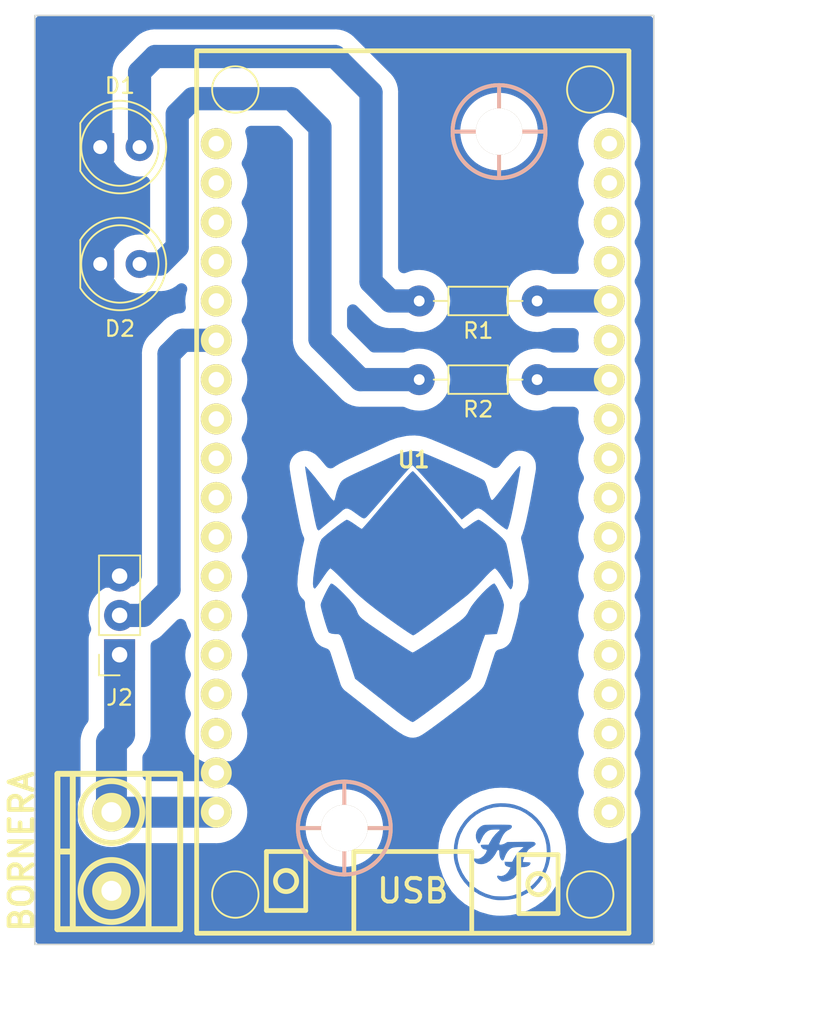
<source format=kicad_pcb>
(kicad_pcb (version 20221018) (generator pcbnew)
  (layers (0 "F.Cu" signal) (31 "B.Cu" signal) (34 "B.Paste" user) (35 "F.Paste" user) (36 "B.SilkS" user "B.Silkscreen") (37 "F.SilkS" user "F.Silkscreen") (38 "B.Mask" user) (39 "F.Mask" user) (44 "Edge.Cuts" user))
  (net 0 "")
  (net 1 "GND")
  (net 2 "Net-(D1-Pad2)")
  (net 3 "Net-(D2-Pad2)")
  (net 4 "+5V")
  (net 5 "/INPUT_PIR")
  (net 6 "/LED_1")
  (net 7 "/LED_2")
  (footprint "LED_THT:LED_D5.0mm" (layer "F.Cu") (at 120.125 88.6)
    (fp_text reference "D1" (at 1.27 -3.96) (layer "F.SilkS"))
    (fp_text value "LED")
    (fp_line (start -1.29 -1.545) (end -1.29 1.545) (stroke (width 0.12)) (layer "F.SilkS"))
    (fp_arc (start -1.29 -1.54483) (mid 2.072002 -2.880433) (end 4.26 0.000462) (stroke (width 0.12)) (layer "F.SilkS"))
    (fp_arc (start 4.26 -0.000462) (mid 2.072002 2.880433) (end -1.29 1.54483) (stroke (width 0.12)) (layer "F.SilkS"))
    (fp_circle (center 1.27 0) (end 3.77 0) (stroke (width 0.12)) (fill none) (layer "F.SilkS"))
    (pad "1" thru_hole rect (at 0 0) (size 1.8 1.8) (drill 0.9) (layers "*.Cu" "*.Mask") (net 1 "GND"))
    (pad "2" thru_hole circle (at 2.54 0) (size 1.8 1.8) (drill 0.9) (layers "*.Cu" "*.Mask") (net 2 "Net-(D1-Pad2)"))
  )
  (footprint "EESTN5-v2:BORNERA2_AZUL" (layer "F.Cu") (at 120.85 134.1 -90)
    (fp_text reference "J1" hide)
    (fp_text value "BORNERA" (at 0 5.8 90) (layer "F.SilkS") (effects (font (size 1.5 1.5) (thickness 0.3))))
    (fp_line (start -5.0165 -4.445) (end -5.0165 3.4925) (stroke (width 0.381)) (layer "F.SilkS"))
    (fp_line (start -5 -2.4) (end 5 -2.4) (stroke (width 0.381)) (layer "F.SilkS"))
    (fp_line (start -5 2.5) (end 5 2.5) (stroke (width 0.381)) (layer "F.SilkS"))
    (fp_line (start -4.9835 3.4925) (end 5.0165 3.4925) (stroke (width 0.381)) (layer "F.SilkS"))
    (fp_line (start 0 2.54) (end 0 3.4845) (stroke (width 0.381)) (layer "F.SilkS"))
    (fp_line (start 5.0165 -4.445) (end -4.9835 -4.445) (stroke (width 0.381)) (layer "F.SilkS"))
    (fp_line (start 5.0165 3.4925) (end 5.0165 -4.445) (stroke (width 0.381)) (layer "F.SilkS"))
    (fp_circle (center -2.55 0) (end -0.55 0) (stroke (width 0.381)) (fill none) (layer "F.SilkS"))
    (fp_circle (center 2.55 0) (end 0.55 0) (stroke (width 0.381)) (fill none) (layer "F.SilkS"))
    (pad "1" thru_hole circle (at -2.54 0 270) (size 2.5 2.5) (drill 1.3) (layers "*.Cu" "*.Mask" "F.SilkS") (net 4 "+5V"))
    (pad "2" thru_hole circle (at 2.54 0 270) (size 2.5 2.5) (drill 1.3) (layers "*.Cu" "*.Mask" "F.SilkS") (net 1 "GND"))
  )
  (footprint "Falconlogos:Dante_2" (layer "F.Cu") (at 146.2 134.1)
    (fp_text reference "G***" hide)
    (fp_text value "LOGO" hide)
    (fp_poly (pts (xy 0.091093 -3.113306) (xy 0.383387 -3.084915) (xy 0.646598 -3.034674) (xy 0.661239 -3.030909) (xy 1.08363 -2.889492) (xy 1.475149 -2.696074) (xy 1.831683 -2.45446) (xy 2.149119 -2.168453) (xy 2.423343 -1.841856) (xy 2.650243 -1.478473) (xy 2.825705 -1.082106) (xy 2.852398 -1.004863) (xy 2.932039 -0.743733) (xy 2.985188 -0.514383) (xy 3.015877 -0.293366) (xy 3.02814 -0.057231) (xy 3.02883 0.020889) (xy 2.99845 0.438008) (xy 2.909379 0.851534) (xy 2.765749 1.25269) (xy 2.57169 1.632696) (xy 2.331335 1.982775) (xy 2.048816 2.294146) (xy 1.894223 2.431595) (xy 1.534338 2.690441) (xy 1.153136 2.890279) (xy 0.748713 3.03182) (xy 0.319164 3.115779) (xy 0 3.140755) (xy -0.200849 3.145211) (xy -0.359763 3.1423) (xy -0.497633 3.130566) (xy -0.635352 3.108552) (xy -0.724608 3.090236) (xy -1.163893 2.9644) (xy -1.570273 2.786079) (xy -1.940672 2.558211) (xy -2.272015 2.283729) (xy -2.561226 1.96557) (xy -2.80523 1.606668) (xy -3.000951 1.209959) (xy -3.144791 0.780367) (xy -3.182274 0.627612) (xy -3.207112 0.494073) (xy -3.221751 0.358321) (xy -3.228636 0.19893) (xy -3.230213 0.031553) (xy -3.227769 -0.012151) (xy -2.998706 -0.012151) (xy -2.984629 0.350086) (xy -2.948749 0.592945) (xy -2.836543 0.996875) (xy -2.669552 1.374759) (xy -2.452299 1.722113) (xy -2.189306 2.034454) (xy -1.885096 2.307296) (xy -1.544191 2.536158) (xy -1.171114 2.716555) (xy -0.770387 2.844004) (xy -0.651987 2.869959) (xy -0.56963 2.880207) (xy -0.441447 2.889093) (xy -0.284719 2.895688) (xy -0.116724 2.89906) (xy -0.110434 2.899112) (xy 0.084927 2.898264) (xy 0.239823 2.890683) (xy 0.376744 2.873985) (xy 0.518178 2.845784) (xy 0.61528 2.822169) (xy 1.017834 2.690841) (xy 1.383356 2.509626) (xy 1.716894 2.275664) (xy 1.942785 2.070221) (xy 2.227365 1.743606) (xy 2.453111 1.394656) (xy 2.620602 1.021961) (xy 2.73042 0.624109) (xy 2.783143 0.199692) (xy 2.788397 0.015776) (xy 2.759473 -0.41656) (xy 2.672069 -0.827745) (xy 2.528212 -1.214539) (xy 2.329932 -1.573703) (xy 2.079259 -1.901995) (xy 1.778222 -2.196177) (xy 1.42885 -2.453007) (xy 1.138937 -2.617847) (xy 0.944536 -2.699765) (xy 0.708361 -2.773171) (xy 0.451682 -2.832414) (xy 0.195767 -2.871839) (xy 0.174945 -2.874073) (xy -0.244262 -2.886841) (xy -0.652875 -2.839857) (xy -1.045776 -2.736239) (xy -1.417848 -2.579102) (xy -1.763972 -2.371563) (xy -2.079029 -2.116738) (xy -2.357903 -1.817744) (xy -2.595474 -1.477696) (xy -2.786625 -1.099711) (xy -2.802496 -1.061169) (xy -2.905905 -0.73739) (xy -2.971886 -0.38118) (xy -2.998706 -0.012151) (xy -3.227769 -0.012151) (xy -3.205949 -0.402325) (xy -3.130369 -0.807021) (xy -3.000683 -1.190448) (xy -2.814099 -1.560522) (xy -2.567825 -1.925155) (xy -2.516791 -1.991012) (xy -2.245116 -2.285172) (xy -1.925473 -2.543124) (xy -1.563973 -2.76118) (xy -1.166731 -2.93565) (xy -0.74149 -3.062464) (xy -0.493227 -3.102573) (xy -0.208406 -3.119356)) (fill solid) (layer "B.Cu"))
    (fp_poly (pts (xy -0.136945 -1.73494) (xy 0.069395 -1.73331) (xy 0.226345 -1.730158) (xy 0.340759 -1.725129) (xy 0.419493 -1.717867) (xy 0.469401 -1.708016) (xy 0.497339 -1.69522) (xy 0.504505 -1.688485) (xy 0.532657 -1.612149) (xy 0.507808 -1.529994) (xy 0.436646 -1.456689) (xy 0.385694 -1.427896) (xy 0.227278 -1.344491) (xy 0.108668 -1.249973) (xy 0.007101 -1.125011) (xy -0.021069 -1.082425) (xy -0.077796 -0.983359) (xy -0.138965 -0.860231) (xy -0.197316 -0.729884) (xy -0.245587 -0.609163) (xy -0.276518 -0.514911) (xy -0.283975 -0.472572) (xy -0.257687 -0.445367) (xy -0.189686 -0.440571) (xy -0.096264 -0.455741) (xy 0.006287 -0.488432) (xy 0.08904 -0.52851) (xy 0.236646 -0.61528) (xy 1.104092 -0.625074) (xy 1.360383 -0.627857) (xy 1.560976 -0.629415) (xy 1.713274 -0.62927) (xy 1.824682 -0.626941) (xy 1.902601 -0.621951) (xy 1.954436 -0.613821) (xy 1.987589 -0.602072) (xy 2.009465 -0.586224) (xy 2.027466 -0.5658) (xy 2.027851 -0.565324) (xy 2.064653 -0.507333) (xy 2.057868 -0.458454) (xy 2.040618 -0.429319) (xy 1.989269 -0.378127) (xy 1.902819 -0.316236) (xy 1.831853 -0.274554) (xy 1.725695 -0.210113) (xy 1.631563 -0.140041) (xy 1.590012 -0.101014) (xy 1.532191 -0.021393) (xy 1.46377 0.095213) (xy 1.393389 0.231089) (xy 1.329688 0.36852) (xy 1.281307 0.489789) (xy 1.256886 0.577181) (xy 1.256058 0.583726) (xy 1.246336 0.678385) (xy 1.49087 0.6876) (xy 1.616058 0.694338) (xy 1.690279 0.704986) (xy 1.725667 0.722689) (xy 1.734356 0.750592) (xy 1.734354 0.750706) (xy 1.703015 0.843997) (xy 1.620089 0.921998) (xy 1.496439 0.978501) (xy 1.342928 1.007299) (xy 1.281196 1.009689) (xy 1.183165 1.011973) (xy 1.126659 1.027264) (xy 1.090099 1.068222) (xy 1.053923 1.143022) (xy 0.997814 1.247615) (xy 0.91656 1.375245) (xy 0.823661 1.506888) (xy 0.732617 1.623517) (xy 0.656929 1.706106) (xy 0.649723 1.712647) (xy 0.539226 1.788178) (xy 0.397244 1.854724) (xy 0.241257 1.90727) (xy 0.088747 1.940799) (xy -0.042806 1.950298) (xy -0.126211 1.935275) (xy -0.248355 1.86323) (xy -0.353005 1.763673) (xy -0.397571 1.697738) (xy -0.427165 1.610681) (xy -0.407708 1.563009) (xy -0.341236 1.557065) (xy -0.287809 1.571575) (xy -0.155077 1.586378) (xy -0.011951 1.549581) (xy 0.129137 1.468414) (xy 0.255753 1.35011) (xy 0.355466 1.201899) (xy 0.358685 1.195519) (xy 0.44192 1.028489) (xy 0.294016 0.990935) (xy 0.165549 0.942175) (xy 0.091178 0.871043) (xy 0.063649 0.769958) (xy 0.063106 0.749579) (xy 0.063106 0.659294) (xy 0.300388 0.665574) (xy 0.415587 0.667044) (xy 0.503288 0.665188) (xy 0.547105 0.660418) (xy 0.549014 0.659343) (xy 0.56806 0.626617) (xy 0.606172 0.554102) (xy 0.647159 0.473292) (xy 0.800693 0.21695) (xy 0.988425 -0.014359) (xy 1.195265 -0.202208) (xy 1.208382 -0.212011) (xy 1.262864 -0.257531) (xy 1.28032 -0.283712) (xy 1.27613 -0.285994) (xy 1.114315 -0.290823) (xy 0.941001 -0.285955) (xy 0.774026 -0.272872) (xy 0.631228 -0.253054) (xy 0.530444 -0.227981) (xy 0.518338 -0.22311) (xy 0.382916 -0.133569) (xy 0.255652 0.006094) (xy 0.147006 0.182939) (xy 0.095769 0.299751) (xy 0.045139 0.431196) (xy 0.009104 0.514309) (xy -0.019221 0.560098) (xy -0.046722 0.579567) (xy -0.080284 0.583723) (xy -0.081897 0.583726) (xy -0.140877 0.554468) (xy -0.196072 0.475814) (xy -0.241789 0.361445) (xy -0.272334 0.225043) (xy -0.282112 0.102546) (xy -0.285392 -0.006084) (xy -0.295649 -0.06574) (xy -0.317419 -0.090504) (xy -0.345604 -0.094659) (xy -0.398637 -0.069686) (xy -0.451954 0.00941) (xy -0.472194 0.052197) (xy -0.523911 0.1478) (xy -0.601988 0.267887) (xy -0.691257 0.389431) (xy -0.70926 0.412064) (xy -0.896089 0.60504) (xy -1.095408 0.736504) (xy -1.308197 0.806992) (xy -1.458035 0.820372) (xy -1.63314 0.804265) (xy -1.764445 0.752397) (xy -1.863425 0.659453) (xy -1.890121 0.620208) (xy -1.942892 0.525489) (xy -1.951794 0.471812) (xy -1.911426 0.45101) (xy -1.816391 0.454912) (xy -1.783429 0.458793) (xy -1.664964 0.467222) (xy -1.574714 0.453404) (xy -1.481671 0.413195) (xy -1.302457 0.287417) (xy -1.170692 0.120585) (xy -1.133774 0.048725) (xy -1.097063 -0.047189) (xy -1.098306 -0.101087) (xy -1.140501 -0.123495) (xy -1.183607 -0.126211) (xy -1.30978 -0.15391) (xy -1.410209 -0.228145) (xy -1.471111 -0.335625) (xy -1.482981 -0.414895) (xy -1.453928 -0.427375) (xy -1.376736 -0.436767) (xy -1.266351 -0.441477) (xy -1.2312 -0.441739) (xy -0.979419 -0.441739) (xy -0.914049 -0.569876) (xy -0.740008 -0.864689) (xy -0.541217 -1.111434) (xy -0.444693 -1.206984) (xy -0.356483 -1.290608) (xy -0.289587 -1.35775) (xy -0.254925 -1.397311) (xy -0.252422 -1.402435) (xy -0.281203 -1.412521) (xy -0.356854 -1.417947) (xy -0.463335 -1.419038) (xy -0.584609 -1.41612) (xy -0.704636 -1.409518) (xy -0.807377 -1.399556) (xy -0.863573 -1.390045) (xy -1.030249 -1.319802) (xy -1.184391 -1.191956) (xy -1.321535 -1.011492) (xy -1.437214 -0.783393) (xy -1.46081 -0.723394) (xy -1.515812 -0.594763) (xy -1.565018 -0.527191) (xy -1.613614 -0.519597) (xy -1.666786 -0.570898) (xy -1.723845 -0.668483) (xy -1.791816 -0.864947) (xy -1.802525 -1.066191) (xy -1.759676 -1.260862) (xy -1.666972 -1.437606) (xy -1.528118 -1.58507) (xy -1.397468 -1.668852) (xy -1.354786 -1.68865) (xy -1.309807 -1.704087) (xy -1.254431 -1.715702) (xy -1.180562 -1.724035) (xy -1.080101 -1.729627) (xy -0.944952 -1.733017) (xy -0.767016 -1.734745) (xy -0.538197 -1.735352) (xy -0.39953 -1.735404)) (fill solid) (layer "B.Cu"))
  )
  (footprint "EESTN5-v2:ESP32_DEVKIT_V1_DOIT" (layer "F.Cu") (at 140.325 108.7 -90)
    (fp_text reference "U1" (at 0.1 -0.055 180) (layer "F.SilkS") (effects (font (size 1.016 1.016) (thickness 0.2032))))
    (fp_text value "ESP32_DevKit_V1_DOIT" hide)
    (fp_text user "USB" (at 27.94 0) (layer "F.SilkS") (effects (font (size 1.524 1.524) (thickness 0.254))))
    (fp_line (start -26.32 -13.97) (end -26.32 13.97) (stroke (width 0.3048)) (layer "F.SilkS"))
    (fp_line (start -26.32 -13.97) (end 30.68 -13.97) (stroke (width 0.3048)) (layer "F.SilkS"))
    (fp_line (start -26.32 13.97) (end 30.68 13.97) (stroke (width 0.3048)) (layer "F.SilkS"))
    (fp_line (start 25.4 -3.81) (end 25.4 3.81) (stroke (width 0.3048)) (layer "F.SilkS"))
    (fp_line (start 25.4 3.81) (end 30.48 3.81) (stroke (width 0.3048)) (layer "F.SilkS"))
    (fp_line (start 25.4 6.92) (end 29.21 6.92) (stroke (width 0.3048)) (layer "F.SilkS"))
    (fp_line (start 25.4 9.46) (end 25.4 6.92) (stroke (width 0.3048)) (layer "F.SilkS"))
    (fp_line (start 25.6 -9.39) (end 25.6 -6.85) (stroke (width 0.3048)) (layer "F.SilkS"))
    (fp_line (start 25.6 -6.85) (end 29.41 -6.85) (stroke (width 0.3048)) (layer "F.SilkS"))
    (fp_line (start 29.21 6.92) (end 29.21 9.46) (stroke (width 0.3048)) (layer "F.SilkS"))
    (fp_line (start 29.21 9.46) (end 25.4 9.46) (stroke (width 0.3048)) (layer "F.SilkS"))
    (fp_line (start 29.41 -9.39) (end 25.6 -9.39) (stroke (width 0.3048)) (layer "F.SilkS"))
    (fp_line (start 29.41 -6.85) (end 29.41 -9.39) (stroke (width 0.3048)) (layer "F.SilkS"))
    (fp_line (start 30.48 -3.81) (end 25.4 -3.81) (stroke (width 0.3048)) (layer "F.SilkS"))
    (fp_line (start 30.68 13.97) (end 30.68 -13.97) (stroke (width 0.3048)) (layer "F.SilkS"))
    (fp_circle (center -23.82 -11.47) (end -22.32 -11.47) (stroke (width 0.12)) (fill none) (layer "F.SilkS"))
    (fp_circle (center -23.82 11.47) (end -22.32 11.47) (stroke (width 0.12)) (fill none) (layer "F.SilkS"))
    (fp_circle (center 27.305 8.19) (end 27.8765 8.571) (stroke (width 0.3048)) (fill none) (layer "F.SilkS"))
    (fp_circle (center 27.505 -8.12) (end 28.0765 -7.739) (stroke (width 0.3048)) (fill none) (layer "F.SilkS"))
    (fp_circle (center 28.18 -11.47) (end 29.68 -11.47) (stroke (width 0.12)) (fill none) (layer "F.SilkS"))
    (fp_circle (center 28.18 11.47) (end 29.68 11.47) (stroke (width 0.12)) (fill none) (layer "F.SilkS"))
    (pad "1" thru_hole circle (at -20.32 12.7 90) (size 2 2) (drill 1) (layers "*.Cu" "*.Mask" "F.SilkS"))
    (pad "2" thru_hole circle (at -17.78 12.7 90) (size 2 2) (drill 1) (layers "*.Cu" "*.Mask" "F.SilkS"))
    (pad "3" thru_hole circle (at -15.24 12.7 90) (size 2 2) (drill 1) (layers "*.Cu" "*.Mask" "F.SilkS"))
    (pad "4" thru_hole circle (at -12.7 12.7 90) (size 2 2) (drill 1) (layers "*.Cu" "*.Mask" "F.SilkS"))
    (pad "5" thru_hole circle (at -10.16 12.7 90) (size 2 2) (drill 1) (layers "*.Cu" "*.Mask" "F.SilkS"))
    (pad "6" thru_hole circle (at -7.62 12.7 90) (size 2 2) (drill 1) (layers "*.Cu" "*.Mask" "F.SilkS") (net 5 "/INPUT_PIR"))
    (pad "7" thru_hole circle (at -5.08 12.7 90) (size 2 2) (drill 1) (layers "*.Cu" "*.Mask" "F.SilkS"))
    (pad "8" thru_hole circle (at -2.54 12.7 90) (size 2 2) (drill 1) (layers "*.Cu" "*.Mask" "F.SilkS"))
    (pad "9" thru_hole circle (at 0 12.7 90) (size 2 2) (drill 1) (layers "*.Cu" "*.Mask" "F.SilkS"))
    (pad "10" thru_hole circle (at 2.54 12.7 90) (size 2 2) (drill 1) (layers "*.Cu" "*.Mask" "F.SilkS"))
    (pad "11" thru_hole circle (at 5.08 12.7 90) (size 2 2) (drill 1) (layers "*.Cu" "*.Mask" "F.SilkS"))
    (pad "12" thru_hole circle (at 7.62 12.7 90) (size 2 2) (drill 1) (layers "*.Cu" "*.Mask" "F.SilkS"))
    (pad "13" thru_hole circle (at 10.16 12.7 90) (size 2 2) (drill 1) (layers "*.Cu" "*.Mask" "F.SilkS"))
    (pad "14" thru_hole circle (at 12.7 12.7 90) (size 2 2) (drill 1) (layers "*.Cu" "*.Mask" "F.SilkS"))
    (pad "15" thru_hole circle (at 15.24 12.7 90) (size 2 2) (drill 1) (layers "*.Cu" "*.Mask" "F.SilkS"))
    (pad "16" thru_hole circle (at 17.78 12.7 90) (size 2 2) (drill 1) (layers "*.Cu" "*.Mask" "F.SilkS"))
    (pad "17" thru_hole circle (at 20.32 12.7 90) (size 2 2) (drill 1) (layers "*.Cu" "*.Mask" "F.SilkS") (net 1 "GND"))
    (pad "18" thru_hole circle (at 22.86 12.7 90) (size 2 2) (drill 1) (layers "*.Cu" "*.Mask" "F.SilkS") (net 4 "+5V"))
    (pad "19" thru_hole circle (at 22.86 -12.7 90) (size 2 2) (drill 1) (layers "*.Cu" "*.Mask" "F.SilkS"))
    (pad "20" thru_hole circle (at 20.32 -12.7 90) (size 2 2) (drill 1) (layers "*.Cu" "*.Mask" "F.SilkS"))
    (pad "21" thru_hole circle (at 17.78 -12.7 90) (size 2 2) (drill 1) (layers "*.Cu" "*.Mask" "F.SilkS"))
    (pad "22" thru_hole circle (at 15.24 -12.7 90) (size 2 2) (drill 1) (layers "*.Cu" "*.Mask" "F.SilkS"))
    (pad "23" thru_hole circle (at 12.7 -12.7 90) (size 2 2) (drill 1) (layers "*.Cu" "*.Mask" "F.SilkS"))
    (pad "24" thru_hole circle (at 10.16 -12.7 90) (size 2 2) (drill 1) (layers "*.Cu" "*.Mask" "F.SilkS"))
    (pad "25" thru_hole circle (at 7.62 -12.7 90) (size 2 2) (drill 1) (layers "*.Cu" "*.Mask" "F.SilkS"))
    (pad "26" thru_hole circle (at 5.08 -12.7 90) (size 2 2) (drill 1) (layers "*.Cu" "*.Mask" "F.SilkS"))
    (pad "27" thru_hole circle (at 2.54 -12.7 90) (size 2 2) (drill 1) (layers "*.Cu" "*.Mask" "F.SilkS"))
    (pad "28" thru_hole circle (at 0 -12.7 90) (size 2 2) (drill 1) (layers "*.Cu" "*.Mask" "F.SilkS"))
    (pad "29" thru_hole circle (at -2.54 -12.7 90) (size 2 2) (drill 1) (layers "*.Cu" "*.Mask" "F.SilkS"))
    (pad "30" thru_hole circle (at -5.08 -12.7 90) (size 2 2) (drill 1) (layers "*.Cu" "*.Mask" "F.SilkS") (net 7 "/LED_2"))
    (pad "31" thru_hole circle (at -7.62 -12.7 90) (size 2 2) (drill 1) (layers "*.Cu" "*.Mask" "F.SilkS"))
    (pad "32" thru_hole circle (at -10.16 -12.7 90) (size 2 2) (drill 1) (layers "*.Cu" "*.Mask" "F.SilkS") (net 6 "/LED_1"))
    (pad "33" thru_hole circle (at -12.7 -12.7 90) (size 2 2) (drill 1) (layers "*.Cu" "*.Mask" "F.SilkS"))
    (pad "34" thru_hole circle (at -15.24 -12.7 90) (size 2 2) (drill 1) (layers "*.Cu" "*.Mask" "F.SilkS"))
    (pad "35" thru_hole circle (at -17.78 -12.7 90) (size 2 2) (drill 1) (layers "*.Cu" "*.Mask" "F.SilkS"))
    (pad "36" thru_hole circle (at -20.32 -12.7 90) (size 2 2) (drill 1) (layers "*.Cu" "*.Mask" "F.SilkS"))
  )
  (footprint "Connector_PinSocket_2.54mm:PinSocket_1x03_P2.54mm_Vertical" (layer "F.Cu") (at 121.375 121.39 180)
    (fp_text reference "J2" (at 0 -2.77) (layer "F.SilkS"))
    (fp_text value "SENSOR PIR")
    (fp_line (start -1.33 1.27) (end -1.33 6.41) (stroke (width 0.12)) (layer "F.SilkS"))
    (fp_line (start -1.33 1.27) (end 1.33 1.27) (stroke (width 0.12)) (layer "F.SilkS"))
    (fp_line (start -1.33 6.41) (end 1.33 6.41) (stroke (width 0.12)) (layer "F.SilkS"))
    (fp_line (start 0 -1.33) (end 1.33 -1.33) (stroke (width 0.12)) (layer "F.SilkS"))
    (fp_line (start 1.33 -1.33) (end 1.33 0) (stroke (width 0.12)) (layer "F.SilkS"))
    (fp_line (start 1.33 1.27) (end 1.33 6.41) (stroke (width 0.12)) (layer "F.SilkS"))
    (pad "1" thru_hole rect (at 0 0 180) (size 2 2) (drill 1) (layers "*.Cu" "*.Mask") (net 4 "+5V"))
    (pad "2" thru_hole oval (at 0 2.54 180) (size 2 2) (drill 1) (layers "*.Cu" "*.Mask") (net 5 "/INPUT_PIR"))
    (pad "3" thru_hole oval (at 0 5.08 180) (size 2 2) (drill 1) (layers "*.Cu" "*.Mask") (net 1 "GND"))
  )
  (footprint "Resistor_THT:R_Axial_DIN0204_L3.6mm_D1.6mm_P7.62mm_Horizontal" (layer "F.Cu") (at 148.36 98.54 180)
    (fp_text reference "R1" (at 3.81 -1.92) (layer "F.SilkS"))
    (fp_text value "330")
    (fp_line (start 0.94 0) (end 1.89 0) (stroke (width 0.12)) (layer "F.SilkS"))
    (fp_line (start 1.89 -0.92) (end 1.89 0.92) (stroke (width 0.12)) (layer "F.SilkS"))
    (fp_line (start 1.89 0.92) (end 5.73 0.92) (stroke (width 0.12)) (layer "F.SilkS"))
    (fp_line (start 5.73 -0.92) (end 1.89 -0.92) (stroke (width 0.12)) (layer "F.SilkS"))
    (fp_line (start 5.73 0.92) (end 5.73 -0.92) (stroke (width 0.12)) (layer "F.SilkS"))
    (fp_line (start 6.68 0) (end 5.73 0) (stroke (width 0.12)) (layer "F.SilkS"))
    (pad "1" thru_hole circle (at 0 0 180) (size 2 2) (drill 0.7) (layers "*.Cu" "*.Mask") (net 6 "/LED_1"))
    (pad "2" thru_hole circle (at 7.62 0 180) (size 2 2) (drill 0.7) (layers "*.Cu" "*.Mask") (net 2 "Net-(D1-Pad2)"))
  )
  (footprint "Resistor_THT:R_Axial_DIN0204_L3.6mm_D1.6mm_P7.62mm_Horizontal" (layer "F.Cu") (at 148.36 103.62 180)
    (fp_text reference "R2" (at 3.81 -1.92) (layer "F.SilkS"))
    (fp_text value "330")
    (fp_line (start 0.94 0) (end 1.89 0) (stroke (width 0.12)) (layer "F.SilkS"))
    (fp_line (start 1.89 -0.92) (end 1.89 0.92) (stroke (width 0.12)) (layer "F.SilkS"))
    (fp_line (start 1.89 0.92) (end 5.73 0.92) (stroke (width 0.12)) (layer "F.SilkS"))
    (fp_line (start 5.73 -0.92) (end 1.89 -0.92) (stroke (width 0.12)) (layer "F.SilkS"))
    (fp_line (start 5.73 0.92) (end 5.73 -0.92) (stroke (width 0.12)) (layer "F.SilkS"))
    (fp_line (start 6.68 0) (end 5.73 0) (stroke (width 0.12)) (layer "F.SilkS"))
    (pad "1" thru_hole circle (at 0 0 180) (size 2 2) (drill 0.7) (layers "*.Cu" "*.Mask") (net 7 "/LED_2"))
    (pad "2" thru_hole circle (at 7.62 0 180) (size 2 2) (drill 0.7) (layers "*.Cu" "*.Mask") (net 3 "Net-(D2-Pad2)"))
  )
  (footprint "EESTN5-v2:hole_3mm" (layer "F.Cu") (at 135.9 132.587073)
    (fp_text reference "H2" hide)
    (fp_text value "MountingHole" hide)
    (fp_line (start -3 0) (end 3 0) (stroke (width 0.254)) (layer "B.SilkS"))
    (fp_line (start 0 -3) (end 0 3) (stroke (width 0.254)) (layer "B.SilkS"))
    (fp_circle (center 0 0) (end 3 0) (stroke (width 0.254)) (fill none) (layer "B.SilkS"))
    (fp_line (start -3 0) (end 3 0) (stroke (width 0.254)) (layer "F.SilkS"))
    (fp_line (start 0 -3) (end 0 3) (stroke (width 0.254)) (layer "F.SilkS"))
    (fp_circle (center 0 0) (end 3 0) (stroke (width 0.254)) (fill none) (layer "F.SilkS"))
    (pad "1" thru_hole circle (at 0 0) (size 3 3) (drill 3) (layers "*.Cu" "F.SilkS"))
  )
  (footprint "EESTN5-v2:hole_3mm" (layer "F.Cu") (at 145.9 87.6)
    (fp_text reference "H1" hide)
    (fp_text value "MountingHole" hide)
    (fp_line (start -3 0) (end 3 0) (stroke (width 0.254)) (layer "B.SilkS"))
    (fp_line (start 0 -3) (end 0 3) (stroke (width 0.254)) (layer "B.SilkS"))
    (fp_circle (center 0 0) (end 3 0) (stroke (width 0.254)) (fill none) (layer "B.SilkS"))
    (fp_line (start -3 0) (end 3 0) (stroke (width 0.254)) (layer "F.SilkS"))
    (fp_line (start 0 -3) (end 0 3) (stroke (width 0.254)) (layer "F.SilkS"))
    (fp_circle (center 0 0) (end 3 0) (stroke (width 0.254)) (fill none) (layer "F.SilkS"))
    (pad "1" thru_hole circle (at 0 0) (size 3 3) (drill 3) (layers "*.Cu" "F.SilkS"))
  )
  (footprint "Falconlogos:Dante" (layer "F.Cu") (at 140.291515 117)
    (fp_text reference "G***" hide)
    (fp_text value "LOGO" hide)
    (fp_poly (pts (xy 5.322711 -0.209258) (xy 5.460289 -0.011614) (xy 5.614123 0.28088) (xy 5.759389 0.610899) (xy 5.871263 0.92112) (xy 5.92492 1.154217) (xy 5.926485 1.18498) (xy 5.903036 1.396429) (xy 5.840119 1.715497) (xy 5.749142 2.087752) (xy 5.700384 2.264035) (xy 5.474102 3.050082) (xy 5.090262 3.075375) (xy 4.706422 3.100669) (xy 4.51774 3.610367) (xy 4.408249 3.921413) (xy 4.272734 4.3284) (xy 4.133267 4.764366) (xy 4.069779 4.969565) (xy 3.955987 5.331744) (xy 3.854309 5.636151) (xy 3.77806 5.843955) (xy 3.74675 5.911434) (xy 3.645076 6.013745) (xy 3.433306 6.19551) (xy 3.13315 6.440182) (xy 2.766322 6.731217) (xy 2.354534 7.05207) (xy 1.919498 7.386195) (xy 1.482928 7.717049) (xy 1.066534 8.028085) (xy 0.692031 8.302758) (xy 0.38113 8.524524) (xy 0.155543 8.676837) (xy 0.036984 8.743153) (xy 0.02862 8.744678) (xy -0.09787 8.692469) (xy -0.322352 8.554778) (xy -0.611516 8.353408) (xy -0.889 8.143998) (xy -1.249378 7.862099) (xy -1.690929 7.516321) (xy -2.161497 7.147527) (xy -2.608928 6.796579) (xy -2.673932 6.745561) (xy -3.696863 5.942651) (xy -4.096312 4.691559) (xy -4.272435 4.139171) (xy -4.406241 3.72741) (xy -4.5089 3.435704) (xy -4.591583 3.243479) (xy -4.665458 3.130162) (xy -4.741698 3.075179) (xy -4.831472 3.057958) (xy -4.94595 3.057925) (xy -4.983152 3.058194) (xy -5.217332 3.032739) (xy -5.379259 2.969763) (xy -5.398091 2.952006) (xy -5.455303 2.829122) (xy -5.541045 2.586997) (xy -5.641856 2.270988) (xy -5.744277 1.926446) (xy -5.834848 1.598726) (xy -5.900109 1.333183) (xy -5.926602 1.175169) (xy -5.926667 1.170915) (xy -5.889361 1.028051) (xy -5.792789 0.789124) (xy -5.659973 0.501077) (xy -5.513935 0.210854) (xy -5.377696 -0.034603) (xy -5.274278 -0.188351) (xy -5.247814 -0.213317) (xy -5.140862 -0.183348) (xy -4.935537 -0.031859) (xy -4.642472 0.232653) (xy -4.433912 0.437088) (xy -4.069206 0.819328) (xy -3.81548 1.127583) (xy -3.649854 1.391918) (xy -3.574102 1.566864) (xy -3.522767 1.700837) (xy -3.4619 1.81782) (xy -3.373335 1.933158) (xy -3.238907 2.062192) (xy -3.040449 2.220265) (xy -2.759795 2.42272) (xy -2.378779 2.6849) (xy -1.879236 3.022147) (xy -1.740944 3.115118) (xy -1.266265 3.432084) (xy -0.836972 3.714822) (xy -0.473392 3.950263) (xy -0.195851 4.125339) (xy -0.024677 4.226981) (xy 0.020307 4.247491) (xy 0.122927 4.201272) (xy 0.342257 4.072268) (xy 0.656169 3.874956) (xy 1.042532 3.623815) (xy 1.479218 3.333322) (xy 1.944097 3.017955) (xy 2.415039 2.692194) (xy 2.649847 2.527126) (xy 3.020061 2.258857) (xy 3.277998 2.051157) (xy 3.454284 1.873449) (xy 3.579546 1.695157) (xy 3.677475 1.501174) (xy 3.805109 1.281853) (xy 4.00395 1.012709) (xy 4.249385 0.71933) (xy 4.516803 0.427302) (xy 4.781592 0.162212) (xy 5.019141 -0.050354) (xy 5.204839 -0.184807) (xy 5.314073 -0.215562)) (fill solid) (layer "B.Cu"))
    (fp_poly (pts (xy 0.110878 -7.408027) (xy 0.27733 -7.235213) (xy 0.518458 -6.972179) (xy 0.816976 -6.638722) (xy 1.155599 -6.254636) (xy 1.51704 -5.839717) (xy 1.884013 -5.413761) (xy 2.239232 -4.996562) (xy 2.56541 -4.607916) (xy 2.845261 -4.267618) (xy 2.977148 -4.103214) (xy 3.145797 -3.903174) (xy 3.276043 -3.771789) (xy 3.322434 -3.742178) (xy 3.418742 -3.787523) (xy 3.602629 -3.909307) (xy 3.773419 -4.035117) (xy 4.007584 -4.198002) (xy 4.204019 -4.305997) (xy 4.29224 -4.332442) (xy 4.405841 -4.281228) (xy 4.618411 -4.141808) (xy 4.899478 -3.935516) (xy 5.216492 -3.685379) (xy 5.578299 -3.381832) (xy 5.825114 -3.150562) (xy 5.980351 -2.965966) (xy 6.067425 -2.802437) (xy 6.090402 -2.729694) (xy 6.155689 -2.450262) (xy 6.232121 -2.08001) (xy 6.312199 -1.660988) (xy 6.388422 -1.235243) (xy 6.453291 -0.844827) (xy 6.499307 -0.531786) (xy 6.518969 -0.338172) (xy 6.519202 -0.32551) (xy 6.493358 -0.065014) (xy 6.426543 0.115639) (xy 6.351438 0.169899) (xy 6.28196 0.102023) (xy 6.149317 -0.080146) (xy 5.976131 -0.344416) (xy 5.873854 -0.509699) (xy 5.674482 -0.816103) (xy 5.498744 -1.045725) (xy 5.37027 -1.169121) (xy 5.33419 -1.182148) (xy 5.22956 -1.118834) (xy 5.04288 -0.952572) (xy 4.801939 -0.709724) (xy 4.572 -0.459134) (xy 4.251707 -0.114918) (xy 3.906424 0.228968) (xy 3.587421 0.522569) (xy 3.429 0.654565) (xy 2.792069 1.150338) (xy 2.188582 1.614268) (xy 1.632698 2.035891) (xy 1.138577 2.404741) (xy 0.720377 2.710354) (xy 0.392258 2.942265) (xy 0.168377 3.090008) (xy 0.062895 3.143118) (xy 0.062016 3.143143) (xy -0.038154 3.095041) (xy -0.253826 2.960099) (xy -0.564256 2.752368) (xy -0.948699 2.485897) (xy -1.386411 2.174737) (xy -1.658915 1.977578) (xy -2.32757 1.481444) (xy -2.886469 1.044065) (xy -3.370592 0.636013) (xy -3.81492 0.227859) (xy -4.233842 -0.188643) (xy -4.564647 -0.523366) (xy -4.857731 -0.810378) (xy -5.09159 -1.029376) (xy -5.244726 -1.160054) (xy -5.292175 -1.18811) (xy -5.372539 -1.120813) (xy -5.517443 -0.941501) (xy -5.701878 -0.682355) (xy -5.799667 -0.535113) (xy -5.994538 -0.247889) (xy -6.162247 -0.024008) (xy -6.277718 0.104087) (xy -6.307667 0.12206) (xy -6.389488 0.048205) (xy -6.421153 -0.185027) (xy -6.402876 -0.574804) (xy -6.334874 -1.118295) (xy -6.217359 -1.812669) (xy -6.124554 -2.293646) (xy -6.044372 -2.62442) (xy -5.951491 -2.904394) (xy -5.864608 -3.078211) (xy -5.856012 -3.088706) (xy -5.708082 -3.231061) (xy -5.477303 -3.427496) (xy -5.197155 -3.652429) (xy -4.90112 -3.88028) (xy -4.622682 -4.085466) (xy -4.395321 -4.242406) (xy -4.252519 -4.32552) (xy -4.228164 -4.332442) (xy -4.109007 -4.285808) (xy -3.904511 -4.164982) (xy -3.714083 -4.035117) (xy -3.489128 -3.877297) (xy -3.32395 -3.769482) (xy -3.26245 -3.737793) (xy -3.196268 -3.798947) (xy -3.043325 -3.966119) (xy -2.825345 -4.214873) (xy -2.564052 -4.520774) (xy -2.521813 -4.570852) (xy -1.899387 -5.308401) (xy -1.377669 -5.92284) (xy -0.94963 -6.422137) (xy -0.608241 -6.814259) (xy -0.346474 -7.107175) (xy -0.157301 -7.308852) (xy -0.033693 -7.427257) (xy 0.031379 -7.470357) (xy 0.03639 -7.470827)) (fill solid) (layer "B.Cu"))
    (fp_poly (pts (xy 0.325307 -8.754409) (xy 0.553834 -8.700215) (xy 0.843033 -8.597319) (xy 1.237889 -8.434821) (xy 1.27 -8.421208) (xy 2.024406 -8.097844) (xy 2.714395 -7.795822) (xy 3.324411 -7.522324) (xy 3.838897 -7.284533) (xy 4.242297 -7.089631) (xy 4.519057 -6.944801) (xy 4.649975 -6.860612) (xy 4.730466 -6.727222) (xy 4.825759 -6.481039) (xy 4.915071 -6.17592) (xy 4.997643 -5.890628) (xy 5.078317 -5.684337) (xy 5.140428 -5.59917) (xy 5.143389 -5.59883) (xy 5.18505 -5.613124) (xy 5.24874 -5.66675) (xy 5.347574 -5.775824) (xy 5.494662 -5.95646) (xy 5.703119 -6.224775) (xy 5.986056 -6.596882) (xy 6.356586 -7.088899) (xy 6.365735 -7.101077) (xy 6.636626 -7.456007) (xy 6.822333 -7.681635) (xy 6.935168 -7.787573) (xy 6.987444 -7.783429) (xy 6.991473 -7.678815) (xy 6.976939 -7.578136) (xy 6.805499 -6.5975) (xy 6.648596 -5.748482) (xy 6.507552 -5.037103) (xy 6.383688 -4.469384) (xy 6.278326 -4.051346) (xy 6.192788 -3.78901) (xy 6.128394 -3.688396) (xy 6.122883 -3.687458) (xy 6.015186 -3.740369) (xy 5.812771 -3.883577) (xy 5.54685 -4.093798) (xy 5.3112 -4.292981) (xy 4.929362 -4.625598) (xy 4.650743 -4.859145) (xy 4.447084 -5.001622) (xy 4.290127 -5.061028) (xy 4.151612 -5.045361) (xy 4.003281 -4.962619) (xy 3.816874 -4.820802) (xy 3.718255 -4.743866) (xy 3.196454 -4.341007) (xy 2.88716 -4.672594) (xy 2.739309 -4.834687) (xy 2.501033 -5.100162) (xy 2.193814 -5.444891) (xy 1.839136 -5.844747) (xy 1.45848 -6.275602) (xy 1.324999 -6.42709) (xy 0.960291 -6.838293) (xy 0.631842 -7.202906) (xy 0.356428 -7.502768) (xy 0.150828 -7.719722) (xy 0.031818 -7.835607) (xy 0.01038 -7.85) (xy -0.05952 -7.788218) (xy -0.223626 -7.614461) (xy -0.466368 -7.346115) (xy -0.772175 -7.000565) (xy -1.125475 -6.595195) (xy -1.426863 -6.245327) (xy -1.814 -5.795331) (xy -2.172215 -5.382055) (xy -2.48437 -5.025026) (xy -2.733326 -4.743769) (xy -2.901944 -4.557812) (xy -2.964593 -4.493339) (xy -3.054231 -4.42477) (xy -3.14475 -4.412291) (xy -3.273285 -4.469039) (xy -3.476974 -4.608155) (xy -3.64932 -4.73559) (xy -3.945075 -4.94353) (xy -4.154689 -5.045057) (xy -4.31958 -5.045495) (xy -4.481168 -4.950169) (xy -4.586565 -4.856075) (xy -4.708222 -4.74806) (xy -4.939823 -4.549259) (xy -5.260801 -4.277134) (xy -5.650586 -3.949149) (xy -5.945681 -3.702094) (xy -6.056707 -3.633497) (xy -6.127949 -3.690501) (xy -6.17744 -3.806367) (xy -6.220636 -3.961269) (xy -6.285117 -4.244392) (xy -6.365434 -4.626714) (xy -6.456143 -5.079217) (xy -6.551795 -5.57288) (xy -6.646943 -6.078683) (xy -6.736142 -6.567607) (xy -6.813945 -7.010631) (xy -6.874903 -7.378736) (xy -6.913572 -7.642902) (xy -6.924503 -7.774108) (xy -6.923379 -7.780635) (xy -6.865532 -7.746928) (xy -6.724497 -7.599609) (xy -6.518569 -7.361073) (xy -6.266043 -7.053714) (xy -5.985215 -6.699929) (xy -5.694379 -6.322112) (xy -5.411831 -5.942658) (xy -5.331844 -5.832442) (xy -5.1913 -5.657888) (xy -5.085827 -5.562431) (xy -5.067915 -5.556355) (xy -5.014713 -5.631098) (xy -4.963924 -5.816523) (xy -4.953804 -5.874917) (xy -4.883114 -6.154598) (xy -4.76589 -6.468403) (xy -4.722601 -6.561957) (xy -4.665611 -6.676143) (xy -4.60815 -6.771216) (xy -4.53182 -6.857911) (xy -4.418224 -6.946964) (xy -4.248965 -7.049112) (xy -4.005643 -7.17509) (xy -3.669862 -7.335635) (xy -3.223225 -7.541481) (xy -2.647332 -7.803365) (xy -2.413 -7.909719) (xy -2.006957 -8.094405) (xy -1.602478 -8.279003) (xy -1.258165 -8.43674) (xy -1.103328 -8.508048) (xy -0.691469 -8.65472) (xy -0.244807 -8.748192) (xy -0.129661 -8.760273) (xy 0.112469 -8.770795)) (fill solid) (layer "B.Cu"))
  )
  (footprint "LED_THT:LED_D5.0mm" (layer "F.Cu") (at 120.125 96.15)
    (fp_text reference "D2" (at 1.27 4.18) (layer "F.SilkS"))
    (fp_text value "LED")
    (fp_line (start -1.29 -1.545) (end -1.29 1.545) (stroke (width 0.12)) (layer "F.SilkS"))
    (fp_arc (start -1.29 -1.54483) (mid 2.072002 -2.880433) (end 4.26 0.000462) (stroke (width 0.12)) (layer "F.SilkS"))
    (fp_arc (start 4.26 -0.000462) (mid 2.072002 2.880433) (end -1.29 1.54483) (stroke (width 0.12)) (layer "F.SilkS"))
    (fp_circle (center 1.27 0) (end 3.77 0) (stroke (width 0.12)) (fill none) (layer "F.SilkS"))
    (pad "1" thru_hole rect (at 0 0) (size 1.8 1.8) (drill 0.9) (layers "*.Cu" "*.Mask") (net 1 "GND"))
    (pad "2" thru_hole circle (at 2.54 0) (size 1.8 1.8) (drill 0.9) (layers "*.Cu" "*.Mask") (net 3 "Net-(D2-Pad2)"))
  )
  (gr_rect (start 115.9 80.1) (end 155.9 140.1) (stroke (width 0.1)) (fill none) (layer "Edge.Cuts"))
  (segment (start 121.375 112.375) (end 121.375 116.31) (width 1.5) (layer "B.Cu") (net 1))
  (segment (start 119.69 116.31) (end 117.925 118.075) (width 1.5) (layer "B.Cu") (net 1))
  (segment (start 117.925 135.55) (end 119.015 136.64) (width 1.5) (layer "B.Cu") (net 1))
  (segment (start 119.015 136.64) (end 120.85 136.64) (width 1.5) (layer "B.Cu") (net 1))
  (segment (start 120.125 96.15) (end 120.125 111.125) (width 1.5) (layer "B.Cu") (net 1))
  (segment (start 120.85 136.64) (end 129.91 136.64) (width 1.5) (layer "B.Cu") (net 1))
  (segment (start 130.245 129.02) (end 127.625 129.02) (width 1.5) (layer "B.Cu") (net 1))
  (segment (start 120.125 88.6) (end 120.125 96.15) (width 1.5) (layer "B.Cu") (net 1))
  (segment (start 129.91 136.64) (end 131.075 135.475) (width 1.5) (layer "B.Cu") (net 1))
  (segment (start 121.375 116.31) (end 119.69 116.31) (width 1.5) (layer "B.Cu") (net 1))
  (segment (start 131.075 129.85) (end 130.245 129.02) (width 1.5) (layer "B.Cu") (net 1))
  (segment (start 117.925 118.075) (end 117.925 135.55) (width 1.5) (layer "B.Cu") (net 1))
  (segment (start 120.125 111.125) (end 121.375 112.375) (width 1.5) (layer "B.Cu") (net 1))
  (segment (start 131.075 135.475) (end 131.075 129.85) (width 1.5) (layer "B.Cu") (net 1))
  (segment (start 135.3 82.75) (end 123.675 82.75) (width 1.5) (layer "B.Cu") (net 2))
  (segment (start 138.865 98.54) (end 137.625 97.3) (width 1.5) (layer "B.Cu") (net 2))
  (segment (start 123.675 82.75) (end 122.665 83.76) (width 1.5) (layer "B.Cu") (net 2))
  (segment (start 137.625 97.3) (end 137.625 85.075) (width 1.5) (layer "B.Cu") (net 2))
  (segment (start 140.74 98.54) (end 138.865 98.54) (width 1.5) (layer "B.Cu") (net 2))
  (segment (start 137.625 85.075) (end 135.3 82.75) (width 1.5) (layer "B.Cu") (net 2))
  (segment (start 122.665 83.76) (end 122.665 88.6) (width 1.5) (layer "B.Cu") (net 2))
  (segment (start 136.945 103.62) (end 140.74 103.62) (width 1.5) (layer "B.Cu") (net 3))
  (segment (start 132.475 85.475) (end 134.325 87.325) (width 1.5) (layer "B.Cu") (net 3))
  (segment (start 122.665 96.15) (end 124 96.15) (width 1.5) (layer "B.Cu") (net 3))
  (segment (start 125.1 95.05) (end 125.1 86.475) (width 1.5) (layer "B.Cu") (net 3))
  (segment (start 134.325 87.325) (end 134.325 101) (width 1.5) (layer "B.Cu") (net 3))
  (segment (start 126.1 85.475) (end 132.475 85.475) (width 1.5) (layer "B.Cu") (net 3))
  (segment (start 125.1 86.475) (end 126.1 85.475) (width 1.5) (layer "B.Cu") (net 3))
  (segment (start 124 96.15) (end 125.1 95.05) (width 1.5) (layer "B.Cu") (net 3))
  (segment (start 134.325 101) (end 136.945 103.62) (width 1.5) (layer "B.Cu") (net 3))
  (segment (start 121.375 126.525) (end 121.375 121.39) (width 2) (layer "B.Cu") (net 4))
  (segment (start 120.85 131.56) (end 127.625 131.56) (width 2) (layer "B.Cu") (net 4))
  (segment (start 120.85 131.56) (end 120.85 127.05) (width 2) (layer "B.Cu") (net 4))
  (segment (start 120.85 127.05) (end 121.375 126.525) (width 2) (layer "B.Cu") (net 4))
  (segment (start 125.45 101.08) (end 127.625 101.08) (width 1.5) (layer "B.Cu") (net 5))
  (segment (start 124.57 101.96) (end 125.45 101.08) (width 1.5) (layer "B.Cu") (net 5))
  (segment (start 122.91 118.85) (end 124.57 117.19) (width 1.5) (layer "B.Cu") (net 5))
  (segment (start 121.375 118.85) (end 122.91 118.85) (width 1.5) (layer "B.Cu") (net 5))
  (segment (start 124.57 117.19) (end 124.57 101.96) (width 1.5) (layer "B.Cu") (net 5))
  (segment (start 148.36 98.54) (end 153.025 98.54) (width 1.5) (layer "B.Cu") (net 6))
  (segment (start 148.36 103.62) (end 153.025 103.62) (width 1.5) (layer "B.Cu") (net 7))
  (zone (net 1) (net_name "GND") (layer "B.Cu") (connect_pads yes (clearance 1)) (min_thickness 0.75) (fill yes (thermal_gap 0.75) (thermal_bridge_width 0.75))
    (polygon (pts (xy 156.9 141.1) (xy 114.9 141.1) (xy 114.9 79.1) (xy 156.9 79.1)))
  )
)
</source>
